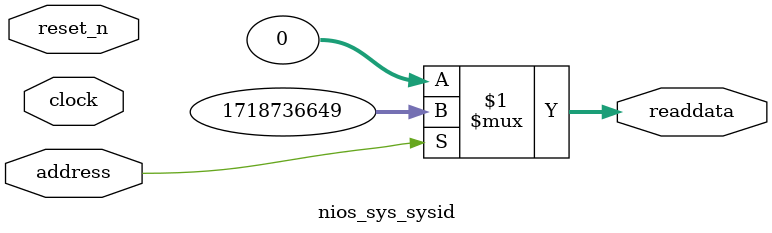
<source format=v>



// synthesis translate_off
`timescale 1ns / 1ps
// synthesis translate_on

// turn off superfluous verilog processor warnings 
// altera message_level Level1 
// altera message_off 10034 10035 10036 10037 10230 10240 10030 

module nios_sys_sysid (
               // inputs:
                address,
                clock,
                reset_n,

               // outputs:
                readdata
             )
;

  output  [ 31: 0] readdata;
  input            address;
  input            clock;
  input            reset_n;

  wire    [ 31: 0] readdata;
  //control_slave, which is an e_avalon_slave
  assign readdata = address ? 1718736649 : 0;

endmodule



</source>
